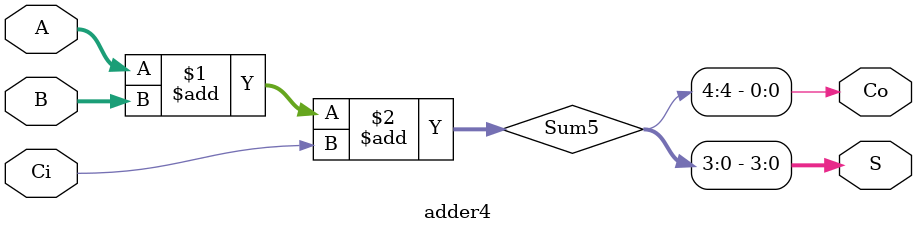
<source format=v>
module adder4 (A, B, Ci, S, Co);

input[3:0] A;
input[3:0] B;
input Ci;
output[3:0] S;
output Co;
wire[4:0] Sum5;
assign Sum5 = A + B + Ci ;
assign S = Sum5[3:0] ;
assign Co = Sum5[4] ;
endmodule

</source>
